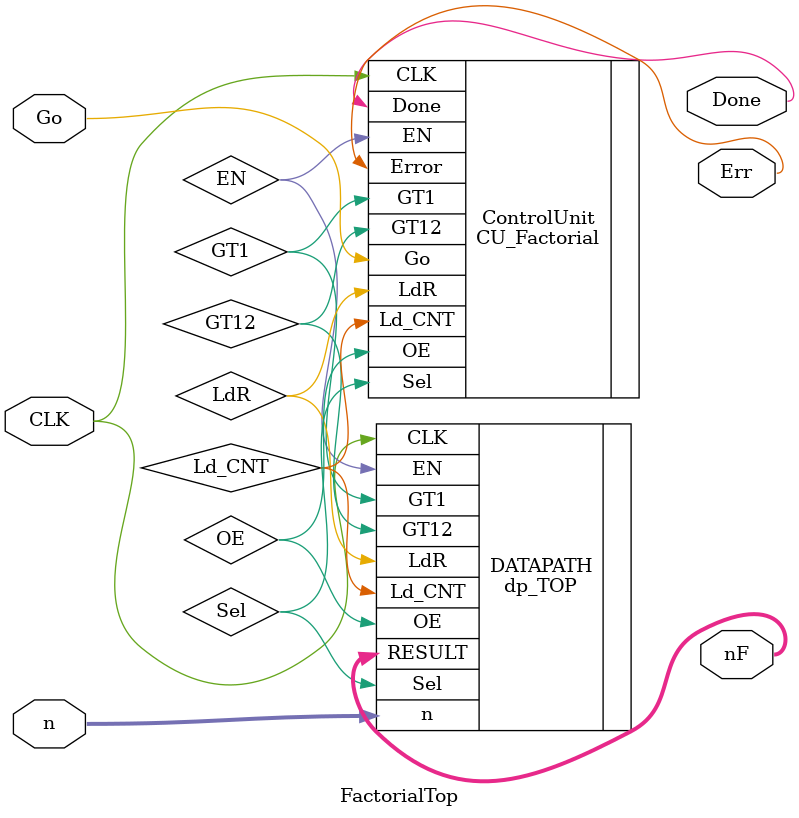
<source format=v>
`timescale 1ns / 1ps

module FactorialTop(
    input Go,
    input CLK,
    input [3:0] n,
    output Done, 
    output Err,
    output [31:0] nF
    );
wire GT12, GT1, OE, Ld_CNT, Sel,EN, OE, LdR;

CU_Factorial ControlUnit( 
    .CLK(CLK),
    .GT12(GT12),
    .GT1(GT1),
    .OE(OE),
    .Ld_CNT(Ld_CNT),
    .Sel(Sel),
    .EN(EN),
    .LdR(LdR),
    .Done(Done),
    .Error(Err),
    .Go(Go));
        
dp_TOP DATAPATH(
    .OE(OE),
    .Ld_CNT(Ld_CNT),
    .Sel(Sel),
    .EN(EN),
    .LdR(LdR),
    .GT12(GT12),
    .GT1(GT1),
    .n(n),
    .RESULT(nF),
    .CLK(CLK));    
endmodule

</source>
